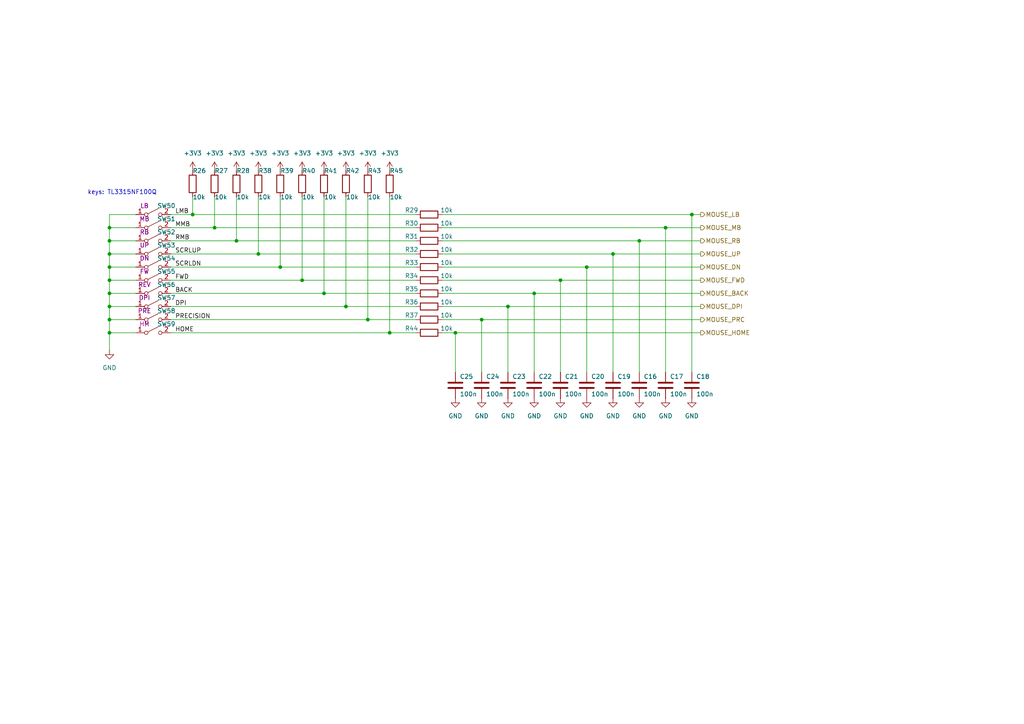
<source format=kicad_sch>
(kicad_sch (version 20231120) (generator "eeschema") (generator_version "8.0")
  (paper "A4")
  (title_block (title "EtherPointer") (date "2025-02-13") (rev "RC1") (company "Bart's Design") (comment 1 "Bartosz Pracz"))
  (lib_symbols
    (symbol "Device:C" (pin_numbers hide) (pin_names (offset 0.254))
      (property "Reference" "C" (at 0.635 2.54 0))
      (property "Value" "C" (at 0.635 -2.54 0))
      (symbol "C_0_1"
        (polyline (pts (xy -2.032 -0.762) (xy 2.032 -0.762)) (stroke (width 0.508)))
        (polyline (pts (xy -2.032 0.762) (xy 2.032 0.762)) (stroke (width 0.508)))
      )
      (symbol "C_1_1"
        (pin passive line (at 0 3.81 270) (length 2.794) (name "~") (number "1"))
        (pin passive line (at 0 -3.81 90) (length 2.794) (name "~") (number "2"))
      )
    )
    (symbol "Device:R" (pin_numbers hide) (pin_names (offset 0))
      (property "Reference" "R" (at 2.032 0 90))
      (property "Value" "R" (at 0 0 90))
      (symbol "R_0_1"
        (rectangle (start -1.016 -2.54) (end 1.016 2.54) (stroke (width 0.254)))
      )
      (symbol "R_1_1"
        (pin passive line (at 0 3.81 270) (length 1.27) (name "~") (number "1"))
        (pin passive line (at 0 -3.81 90) (length 1.27) (name "~") (number "2"))
      )
    )
    (symbol "airMouseLib:KEY" (pin_names (offset 0) hide)
      (property "Reference" "SW" (at 2.54 3.048 0))
      (property "KEY" "[KEY]" (at -2.794 3.048 0))
      (symbol "KEY_0_0"
        (circle (center -2.032 0) (radius 0.508))
        (polyline (pts (xy -1.524 0.254) (xy 1.524 1.778)))
        (circle (center 2.032 0) (radius 0.508))
      )
      (symbol "KEY_1_1"
        (pin passive line (at -5.08 0 0) (length 2.54) (name "A") (number "1"))
        (pin passive line (at 5.08 0 180) (length 2.54) (name "B") (number "2"))
      )
    )
    (symbol "power:+3V3" (power) (pin_numbers hide) (pin_names (offset 0) hide)
      (property "Value" "+3V3" (at 0 3.556 0))
      (symbol "+3V3_0_1"
        (polyline (pts (xy -0.762 1.27) (xy 0 2.54)))
        (polyline (pts (xy 0 0) (xy 0 2.54)))
        (polyline (pts (xy 0 2.54) (xy 0.762 1.27)))
      )
      (symbol "+3V3_1_1"
        (pin power_in line (at 0 0 90) (length 0) (name "~") (number "1"))
      )
    )
    (symbol "power:GND" (power) (pin_numbers hide) (pin_names (offset 0) hide)
      (property "Value" "GND" (at 0 -3.81 0))
      (symbol "GND_0_1"
        (polyline (pts (xy 0 0) (xy 0 -1.27) (xy 1.27 -1.27) (xy 0 -2.54) (xy -1.27 -1.27) (xy 0 -1.27)))
      )
      (symbol "GND_1_1"
        (pin power_in line (at 0 0 270) (length 0) (name "~") (number "1"))
      )
    )
  )
  (junction (at 31.75 77.47))
  (junction (at 81.28 77.47))
  (junction (at 132.08 96.52))
  (junction (at 200.66 62.23))
  (junction (at 100.33 88.9))
  (junction (at 113.03 96.52))
  (junction (at 31.75 88.9))
  (junction (at 31.75 66.04))
  (junction (at 139.7 92.71))
  (junction (at 87.63 81.28))
  (junction (at 162.56 81.28))
  (junction (at 68.58 69.85))
  (junction (at 170.18 77.47))
  (junction (at 31.75 69.85))
  (junction (at 55.88 62.23))
  (junction (at 177.8 73.66))
  (junction (at 31.75 73.66))
  (junction (at 31.75 85.09))
  (junction (at 31.75 96.52))
  (junction (at 147.32 88.9))
  (junction (at 62.23 66.04))
  (junction (at 31.75 92.71))
  (junction (at 185.42 69.85))
  (junction (at 154.94 85.09))
  (junction (at 31.75 81.28))
  (junction (at 93.98 85.09))
  (junction (at 74.93 73.66))
  (junction (at 193.04 66.04))
  (junction (at 106.68 92.71))
  (wire (pts (xy 62.23 66.04) (xy 49.53 66.04)))
  (wire (pts (xy 31.75 69.85) (xy 31.75 73.66)))
  (wire (pts (xy 31.75 77.47) (xy 31.75 81.28)))
  (wire (pts (xy 49.53 81.28) (xy 87.63 81.28)))
  (wire (pts (xy 106.68 57.15) (xy 106.68 92.71)))
  (wire (pts (xy 68.58 57.15) (xy 68.58 69.85)))
  (wire (pts (xy 147.32 88.9) (xy 203.2 88.9)))
  (wire (pts (xy 55.88 57.15) (xy 55.88 62.23)))
  (wire (pts (xy 31.75 96.52) (xy 31.75 101.6)))
  (wire (pts (xy 132.08 96.52) (xy 203.2 96.52)))
  (wire (pts (xy 93.98 57.15) (xy 93.98 85.09)))
  (wire (pts (xy 31.75 77.47) (xy 39.37 77.47)))
  (wire (pts (xy 193.04 66.04) (xy 203.2 66.04)))
  (wire (pts (xy 31.75 92.71) (xy 31.75 96.52)))
  (wire (pts (xy 49.53 73.66) (xy 74.93 73.66)))
  (wire (pts (xy 49.53 77.47) (xy 81.28 77.47)))
  (wire (pts (xy 132.08 96.52) (xy 132.08 107.95)))
  (wire (pts (xy 128.27 69.85) (xy 185.42 69.85)))
  (wire (pts (xy 100.33 88.9) (xy 120.65 88.9)))
  (wire (pts (xy 55.88 62.23) (xy 120.65 62.23)))
  (wire (pts (xy 31.75 66.04) (xy 31.75 62.23)))
  (wire (pts (xy 74.93 73.66) (xy 120.65 73.66)))
  (wire (pts (xy 162.56 81.28) (xy 162.56 107.95)))
  (wire (pts (xy 31.75 88.9) (xy 39.37 88.9)))
  (wire (pts (xy 128.27 62.23) (xy 200.66 62.23)))
  (wire (pts (xy 185.42 69.85) (xy 185.42 107.95)))
  (wire (pts (xy 49.53 62.23) (xy 55.88 62.23)))
  (wire (pts (xy 31.75 73.66) (xy 31.75 77.47)))
  (wire (pts (xy 139.7 92.71) (xy 139.7 107.95)))
  (wire (pts (xy 170.18 77.47) (xy 170.18 107.95)))
  (wire (pts (xy 31.75 92.71) (xy 39.37 92.71)))
  (wire (pts (xy 31.75 66.04) (xy 39.37 66.04)))
  (wire (pts (xy 62.23 66.04) (xy 120.65 66.04)))
  (wire (pts (xy 68.58 69.85) (xy 120.65 69.85)))
  (wire (pts (xy 147.32 88.9) (xy 147.32 107.95)))
  (wire (pts (xy 185.42 69.85) (xy 203.2 69.85)))
  (wire (pts (xy 128.27 92.71) (xy 139.7 92.71)))
  (wire (pts (xy 128.27 81.28) (xy 162.56 81.28)))
  (wire (pts (xy 177.8 73.66) (xy 203.2 73.66)))
  (wire (pts (xy 128.27 85.09) (xy 154.94 85.09)))
  (wire (pts (xy 113.03 57.15) (xy 113.03 96.52)))
  (wire (pts (xy 128.27 88.9) (xy 147.32 88.9)))
  (wire (pts (xy 31.75 85.09) (xy 39.37 85.09)))
  (wire (pts (xy 31.75 96.52) (xy 39.37 96.52)))
  (wire (pts (xy 87.63 57.15) (xy 87.63 81.28)))
  (wire (pts (xy 49.53 96.52) (xy 113.03 96.52)))
  (wire (pts (xy 93.98 85.09) (xy 120.65 85.09)))
  (wire (pts (xy 31.75 69.85) (xy 31.75 66.04)))
  (wire (pts (xy 31.75 81.28) (xy 31.75 85.09)))
  (wire (pts (xy 128.27 73.66) (xy 177.8 73.66)))
  (wire (pts (xy 31.75 85.09) (xy 31.75 88.9)))
  (wire (pts (xy 62.23 57.15) (xy 62.23 66.04)))
  (wire (pts (xy 128.27 77.47) (xy 170.18 77.47)))
  (wire (pts (xy 49.53 92.71) (xy 106.68 92.71)))
  (wire (pts (xy 31.75 73.66) (xy 39.37 73.66)))
  (wire (pts (xy 200.66 62.23) (xy 203.2 62.23)))
  (wire (pts (xy 31.75 69.85) (xy 39.37 69.85)))
  (wire (pts (xy 100.33 57.15) (xy 100.33 88.9)))
  (wire (pts (xy 170.18 77.47) (xy 203.2 77.47)))
  (wire (pts (xy 177.8 73.66) (xy 177.8 107.95)))
  (wire (pts (xy 49.53 88.9) (xy 100.33 88.9)))
  (wire (pts (xy 128.27 96.52) (xy 132.08 96.52)))
  (wire (pts (xy 128.27 66.04) (xy 193.04 66.04)))
  (wire (pts (xy 49.53 85.09) (xy 93.98 85.09)))
  (wire (pts (xy 154.94 85.09) (xy 154.94 107.95)))
  (wire (pts (xy 193.04 66.04) (xy 193.04 107.95)))
  (wire (pts (xy 31.75 88.9) (xy 31.75 92.71)))
  (wire (pts (xy 113.03 96.52) (xy 120.65 96.52)))
  (wire (pts (xy 162.56 81.28) (xy 203.2 81.28)))
  (wire (pts (xy 139.7 92.71) (xy 203.2 92.71)))
  (wire (pts (xy 154.94 85.09) (xy 203.2 85.09)))
  (wire (pts (xy 81.28 77.47) (xy 120.65 77.47)))
  (wire (pts (xy 31.75 81.28) (xy 39.37 81.28)))
  (wire (pts (xy 106.68 92.71) (xy 120.65 92.71)))
  (wire (pts (xy 74.93 57.15) (xy 74.93 73.66)))
  (wire (pts (xy 31.75 62.23) (xy 39.37 62.23)))
  (wire (pts (xy 87.63 81.28) (xy 120.65 81.28)))
  (wire (pts (xy 200.66 62.23) (xy 200.66 107.95)))
  (wire (pts (xy 81.28 57.15) (xy 81.28 77.47)))
  (wire (pts (xy 49.53 69.85) (xy 68.58 69.85)))
  (text "keys: TL3315NF100Q" (at 25.4 55.88 0) (effects (font (size 1.27 1.27)) (justify left)))
  (label "SCRLDN" (at 50.8 77.47 0))
  (label "SCRLUP" (at 50.8 73.66 0))
  (label "RMB" (at 50.8 69.85 0))
  (label "FWD" (at 50.8 81.28 0))
  (label "DPI" (at 50.8 88.9 0))
  (label "LMB" (at 50.8 62.23 0))
  (label "MMB" (at 50.8 66.04 0))
  (label "PRECISION" (at 50.8 92.71 0))
  (label "BACK" (at 50.8 85.09 0))
  (label "HOME" (at 50.8 96.52 0))
  (hierarchical_label "MOUSE_BACK" (shape output) (at 203.2 85.09 0))
  (hierarchical_label "MOUSE_PRC" (shape output) (at 203.2 92.71 0))
  (hierarchical_label "MOUSE_FWD" (shape output) (at 203.2 81.28 0))
  (hierarchical_label "MOUSE_HOME" (shape output) (at 203.2 96.52 0))
  (hierarchical_label "MOUSE_DPI" (shape output) (at 203.2 88.9 0))
  (hierarchical_label "MOUSE_UP" (shape output) (at 203.2 73.66 0))
  (hierarchical_label "MOUSE_RB" (shape output) (at 203.2 69.85 0))
  (hierarchical_label "MOUSE_MB" (shape output) (at 203.2 66.04 0))
  (hierarchical_label "MOUSE_LB" (shape output) (at 203.2 62.23 0))
  (hierarchical_label "MOUSE_DN" (shape output) (at 203.2 77.47 0))
  (symbol (lib_id "airMouseLib:KEY") (at 44.45 66.04 0) (unit 1)
    (property "Reference" "SW51" (at 48.26 63.5 0))
    (property "Value" "KEY" (effects (hide yes)))
    (property "Footprint" "airMouseLib:TL3315NF100Q" (effects (hide yes)))
    (property "Description" "Single Pole Single Throw (SPST) switch" (effects (hide yes)))
    (property "KEY" "MB" (at 41.91 63.5 0))
  )
  (symbol (lib_id "Device:R") (at 124.46 96.52 90) (unit 1)
    (property "Reference" "R44" (at 119.38 95.25 90))
    (property "Value" "10k" (at 129.54 95.25 90))
    (property "Footprint" "Resistor_SMD:R_0603_1608Metric" (effects (hide yes)))
    (property "Description" "Resistor" (effects (hide yes)))
  )
  (symbol (lib_id "Device:R") (at 124.46 69.85 90) (unit 1)
    (property "Reference" "R31" (at 119.38 68.58 90))
    (property "Value" "10k" (at 129.54 68.58 90))
    (property "Footprint" "Resistor_SMD:R_0603_1608Metric" (effects (hide yes)))
    (property "Description" "Resistor" (effects (hide yes)))
  )
  (symbol (lib_id "power:+3V3") (at 81.28 49.53 0) (unit 1)
    (property "Reference" "#PWR039" (effects (hide yes)))
    (property "Value" "+3V3" (at 81.28 44.45 0))
    (property "Description" "Power symbol creates a global label with name \"+3V3\"" (effects (hide yes)))
  )
  (symbol (lib_id "power:+3V3") (at 55.88 49.53 0) (unit 1)
    (property "Reference" "#PWR035" (effects (hide yes)))
    (property "Value" "+3V3" (at 55.88 44.45 0))
    (property "Description" "Power symbol creates a global label with name \"+3V3\"" (effects (hide yes)))
  )
  (symbol (lib_id "power:+3V3") (at 74.93 49.53 0) (unit 1)
    (property "Reference" "#PWR038" (effects (hide yes)))
    (property "Value" "+3V3" (at 74.93 44.45 0))
    (property "Description" "Power symbol creates a global label with name \"+3V3\"" (effects (hide yes)))
  )
  (symbol (lib_id "Device:R") (at 87.63 53.34 0) (unit 1)
    (property "Reference" "R40" (at 87.63 49.53 0) (effects (justify left)))
    (property "Value" "10k" (at 87.63 57.15 0) (effects (justify left)))
    (property "Footprint" "Resistor_SMD:R_0603_1608Metric" (effects (hide yes)))
    (property "Description" "Resistor" (effects (hide yes)))
  )
  (symbol (lib_id "Device:C") (at 193.04 111.76 0) (unit 1)
    (property "Reference" "C17" (at 194.31 109.22 0) (effects (justify left)))
    (property "Value" "100n" (at 194.31 114.3 0) (effects (justify left)))
    (property "Footprint" "Capacitor_SMD:C_0603_1608Metric" (effects (hide yes)))
    (property "Description" "Unpolarized capacitor" (effects (hide yes)))
  )
  (symbol (lib_id "Device:R") (at 124.46 66.04 90) (unit 1)
    (property "Reference" "R30" (at 119.38 64.77 90))
    (property "Value" "10k" (at 129.54 64.77 90))
    (property "Footprint" "Resistor_SMD:R_0603_1608Metric" (effects (hide yes)))
    (property "Description" "Resistor" (effects (hide yes)))
  )
  (symbol (lib_id "power:GND") (at 170.18 115.57 0) (unit 1)
    (property "Reference" "#PWR046" (effects (hide yes)))
    (property "Value" "GND" (at 170.18 120.65 0))
    (property "Description" "Power symbol creates a global label with name \"GND\" , ground" (effects (hide yes)))
  )
  (symbol (lib_id "power:GND") (at 185.42 115.57 0) (unit 1)
    (property "Reference" "#PWR032" (effects (hide yes)))
    (property "Value" "GND" (at 185.42 120.65 0))
    (property "Description" "Power symbol creates a global label with name \"GND\" , ground" (effects (hide yes)))
  )
  (symbol (lib_id "airMouseLib:KEY") (at 44.45 81.28 0) (unit 1)
    (property "Reference" "SW55" (at 48.26 78.74 0))
    (property "Value" "KEY" (effects (hide yes)))
    (property "Footprint" "airMouseLib:TL3315NF100Q" (effects (hide yes)))
    (property "Description" "Single Pole Single Throw (SPST) switch" (effects (hide yes)))
    (property "KEY" "FW" (at 41.91 78.74 0))
  )
  (symbol (lib_id "airMouseLib:KEY") (at 44.45 96.52 0) (unit 1)
    (property "Reference" "SW59" (at 48.26 93.98 0))
    (property "Value" "KEY" (effects (hide yes)))
    (property "Footprint" "airMouseLib:TL3315NF100Q" (effects (hide yes)))
    (property "Description" "Single Pole Single Throw (SPST) switch" (effects (hide yes)))
    (property "KEY" "HM" (at 41.91 93.98 0))
  )
  (symbol (lib_id "Device:R") (at 74.93 53.34 0) (unit 1)
    (property "Reference" "R38" (at 74.93 49.53 0) (effects (justify left)))
    (property "Value" "10k" (at 74.93 57.15 0) (effects (justify left)))
    (property "Footprint" "Resistor_SMD:R_0603_1608Metric" (effects (hide yes)))
    (property "Description" "Resistor" (effects (hide yes)))
  )
  (symbol (lib_id "Device:R") (at 68.58 53.34 0) (unit 1)
    (property "Reference" "R28" (at 68.58 49.53 0) (effects (justify left)))
    (property "Value" "10k" (at 68.58 57.15 0) (effects (justify left)))
    (property "Footprint" "Resistor_SMD:R_0603_1608Metric" (effects (hide yes)))
    (property "Description" "Resistor" (effects (hide yes)))
  )
  (symbol (lib_id "Device:C") (at 177.8 111.76 0) (unit 1)
    (property "Reference" "C19" (at 179.07 109.22 0) (effects (justify left)))
    (property "Value" "100n" (at 179.07 114.3 0) (effects (justify left)))
    (property "Footprint" "Capacitor_SMD:C_0603_1608Metric" (effects (hide yes)))
    (property "Description" "Unpolarized capacitor" (effects (hide yes)))
  )
  (symbol (lib_id "power:GND") (at 31.75 101.6 0) (unit 1)
    (property "Reference" "#PWR031" (effects (hide yes)))
    (property "Value" "GND" (at 31.75 106.68 0))
    (property "Description" "Power symbol creates a global label with name \"GND\" , ground" (effects (hide yes)))
  )
  (symbol (lib_id "power:+3V3") (at 93.98 49.53 0) (unit 1)
    (property "Reference" "#PWR041" (effects (hide yes)))
    (property "Value" "+3V3" (at 93.98 44.45 0))
    (property "Description" "Power symbol creates a global label with name \"+3V3\"" (effects (hide yes)))
  )
  (symbol (lib_id "airMouseLib:KEY") (at 44.45 73.66 0) (unit 1)
    (property "Reference" "SW53" (at 48.26 71.12 0))
    (property "Value" "KEY" (effects (hide yes)))
    (property "Footprint" "airMouseLib:TL3315NF100Q" (effects (hide yes)))
    (property "Description" "Single Pole Single Throw (SPST) switch" (effects (hide yes)))
    (property "KEY" "UP" (at 41.91 71.12 0))
  )
  (symbol (lib_id "Device:R") (at 81.28 53.34 0) (unit 1)
    (property "Reference" "R39" (at 81.28 49.53 0) (effects (justify left)))
    (property "Value" "10k" (at 81.28 57.15 0) (effects (justify left)))
    (property "Footprint" "Resistor_SMD:R_0603_1608Metric" (effects (hide yes)))
    (property "Description" "Resistor" (effects (hide yes)))
  )
  (symbol (lib_id "power:GND") (at 154.94 115.57 0) (unit 1)
    (property "Reference" "#PWR048" (effects (hide yes)))
    (property "Value" "GND" (at 154.94 120.65 0))
    (property "Description" "Power symbol creates a global label with name \"GND\" , ground" (effects (hide yes)))
  )
  (symbol (lib_id "Device:R") (at 124.46 77.47 90) (unit 1)
    (property "Reference" "R33" (at 119.38 76.2 90))
    (property "Value" "10k" (at 129.54 76.2 90))
    (property "Footprint" "Resistor_SMD:R_0603_1608Metric" (effects (hide yes)))
    (property "Description" "Resistor" (effects (hide yes)))
  )
  (symbol (lib_id "power:GND") (at 177.8 115.57 0) (unit 1)
    (property "Reference" "#PWR045" (effects (hide yes)))
    (property "Value" "GND" (at 177.8 120.65 0))
    (property "Description" "Power symbol creates a global label with name \"GND\" , ground" (effects (hide yes)))
  )
  (symbol (lib_id "Device:C") (at 162.56 111.76 0) (unit 1)
    (property "Reference" "C21" (at 163.83 109.22 0) (effects (justify left)))
    (property "Value" "100n" (at 163.83 114.3 0) (effects (justify left)))
    (property "Footprint" "Capacitor_SMD:C_0603_1608Metric" (effects (hide yes)))
    (property "Description" "Unpolarized capacitor" (effects (hide yes)))
  )
  (symbol (lib_id "power:GND") (at 147.32 115.57 0) (unit 1)
    (property "Reference" "#PWR049" (effects (hide yes)))
    (property "Value" "GND" (at 147.32 120.65 0))
    (property "Description" "Power symbol creates a global label with name \"GND\" , ground" (effects (hide yes)))
  )
  (symbol (lib_id "power:GND") (at 200.66 115.57 0) (unit 1)
    (property "Reference" "#PWR034" (effects (hide yes)))
    (property "Value" "GND" (at 200.66 120.65 0))
    (property "Description" "Power symbol creates a global label with name \"GND\" , ground" (effects (hide yes)))
  )
  (symbol (lib_id "power:GND") (at 193.04 115.57 0) (unit 1)
    (property "Reference" "#PWR033" (effects (hide yes)))
    (property "Value" "GND" (at 193.04 120.65 0))
    (property "Description" "Power symbol creates a global label with name \"GND\" , ground" (effects (hide yes)))
  )
  (symbol (lib_id "power:GND") (at 139.7 115.57 0) (unit 1)
    (property "Reference" "#PWR050" (effects (hide yes)))
    (property "Value" "GND" (at 139.7 120.65 0))
    (property "Description" "Power symbol creates a global label with name \"GND\" , ground" (effects (hide yes)))
  )
  (symbol (lib_id "Device:R") (at 93.98 53.34 0) (unit 1)
    (property "Reference" "R41" (at 93.98 49.53 0) (effects (justify left)))
    (property "Value" "10k" (at 93.98 57.15 0) (effects (justify left)))
    (property "Footprint" "Resistor_SMD:R_0603_1608Metric" (effects (hide yes)))
    (property "Description" "Resistor" (effects (hide yes)))
  )
  (symbol (lib_id "Device:C") (at 185.42 111.76 0) (unit 1)
    (property "Reference" "C16" (at 186.69 109.22 0) (effects (justify left)))
    (property "Value" "100n" (at 186.69 114.3 0) (effects (justify left)))
    (property "Footprint" "Capacitor_SMD:C_0603_1608Metric" (effects (hide yes)))
    (property "Description" "Unpolarized capacitor" (effects (hide yes)))
  )
  (symbol (lib_id "Device:C") (at 147.32 111.76 0) (unit 1)
    (property "Reference" "C23" (at 148.59 109.22 0) (effects (justify left)))
    (property "Value" "100n" (at 148.59 114.3 0) (effects (justify left)))
    (property "Footprint" "Capacitor_SMD:C_0603_1608Metric" (effects (hide yes)))
    (property "Description" "Unpolarized capacitor" (effects (hide yes)))
  )
  (symbol (lib_id "Device:R") (at 62.23 53.34 0) (unit 1)
    (property "Reference" "R27" (at 62.23 49.53 0) (effects (justify left)))
    (property "Value" "10k" (at 62.23 57.15 0) (effects (justify left)))
    (property "Footprint" "Resistor_SMD:R_0603_1608Metric" (effects (hide yes)))
    (property "Description" "Resistor" (effects (hide yes)))
  )
  (symbol (lib_id "Device:R") (at 113.03 53.34 0) (unit 1)
    (property "Reference" "R45" (at 113.03 49.53 0) (effects (justify left)))
    (property "Value" "10k" (at 113.03 57.15 0) (effects (justify left)))
    (property "Footprint" "Resistor_SMD:R_0603_1608Metric" (effects (hide yes)))
    (property "Description" "Resistor" (effects (hide yes)))
  )
  (symbol (lib_id "Device:R") (at 124.46 85.09 90) (unit 1)
    (property "Reference" "R35" (at 119.38 83.82 90))
    (property "Value" "10k" (at 129.54 83.82 90))
    (property "Footprint" "Resistor_SMD:R_0603_1608Metric" (effects (hide yes)))
    (property "Description" "Resistor" (effects (hide yes)))
  )
  (symbol (lib_id "power:+3V3") (at 106.68 49.53 0) (unit 1)
    (property "Reference" "#PWR043" (effects (hide yes)))
    (property "Value" "+3V3" (at 106.68 44.45 0))
    (property "Description" "Power symbol creates a global label with name \"+3V3\"" (effects (hide yes)))
  )
  (symbol (lib_id "Device:R") (at 55.88 53.34 0) (unit 1)
    (property "Reference" "R26" (at 55.88 49.53 0) (effects (justify left)))
    (property "Value" "10k" (at 55.88 57.15 0) (effects (justify left)))
    (property "Footprint" "Resistor_SMD:R_0603_1608Metric" (effects (hide yes)))
    (property "Description" "Resistor" (effects (hide yes)))
  )
  (symbol (lib_id "airMouseLib:KEY") (at 44.45 62.23 0) (unit 1)
    (property "Reference" "SW50" (at 48.26 59.69 0))
    (property "Value" "KEY" (effects (hide yes)))
    (property "Footprint" "airMouseLib:TL3315NF100Q" (effects (hide yes)))
    (property "Description" "Single Pole Single Throw (SPST) switch" (effects (hide yes)))
    (property "KEY" "LB" (at 41.91 59.69 0))
  )
  (symbol (lib_id "Device:R") (at 124.46 73.66 90) (unit 1)
    (property "Reference" "R32" (at 119.38 72.39 90))
    (property "Value" "10k" (at 129.54 72.39 90))
    (property "Footprint" "Resistor_SMD:R_0603_1608Metric" (effects (hide yes)))
    (property "Description" "Resistor" (effects (hide yes)))
  )
  (symbol (lib_id "Device:R") (at 124.46 62.23 90) (unit 1)
    (property "Reference" "R29" (at 119.38 60.96 90))
    (property "Value" "10k" (at 129.54 60.96 90))
    (property "Footprint" "Resistor_SMD:R_0603_1608Metric" (effects (hide yes)))
    (property "Description" "Resistor" (effects (hide yes)))
  )
  (symbol (lib_id "Device:R") (at 106.68 53.34 0) (unit 1)
    (property "Reference" "R43" (at 106.68 49.53 0) (effects (justify left)))
    (property "Value" "10k" (at 106.68 57.15 0) (effects (justify left)))
    (property "Footprint" "Resistor_SMD:R_0603_1608Metric" (effects (hide yes)))
    (property "Description" "Resistor" (effects (hide yes)))
  )
  (symbol (lib_id "Device:C") (at 170.18 111.76 0) (unit 1)
    (property "Reference" "C20" (at 171.45 109.22 0) (effects (justify left)))
    (property "Value" "100n" (at 171.45 114.3 0) (effects (justify left)))
    (property "Footprint" "Capacitor_SMD:C_0603_1608Metric" (effects (hide yes)))
    (property "Description" "Unpolarized capacitor" (effects (hide yes)))
  )
  (symbol (lib_id "Device:R") (at 124.46 92.71 90) (unit 1)
    (property "Reference" "R37" (at 119.38 91.44 90))
    (property "Value" "10k" (at 129.54 91.44 90))
    (property "Footprint" "Resistor_SMD:R_0603_1608Metric" (effects (hide yes)))
    (property "Description" "Resistor" (effects (hide yes)))
  )
  (symbol (lib_id "Device:C") (at 139.7 111.76 0) (unit 1)
    (property "Reference" "C24" (at 140.97 109.22 0) (effects (justify left)))
    (property "Value" "100n" (at 140.97 114.3 0) (effects (justify left)))
    (property "Footprint" "Capacitor_SMD:C_0603_1608Metric" (effects (hide yes)))
    (property "Description" "Unpolarized capacitor" (effects (hide yes)))
  )
  (symbol (lib_id "Device:R") (at 124.46 88.9 90) (unit 1)
    (property "Reference" "R36" (at 119.38 87.63 90))
    (property "Value" "10k" (at 129.54 87.63 90))
    (property "Footprint" "Resistor_SMD:R_0603_1608Metric" (effects (hide yes)))
    (property "Description" "Resistor" (effects (hide yes)))
  )
  (symbol (lib_id "airMouseLib:KEY") (at 44.45 85.09 0) (unit 1)
    (property "Reference" "SW56" (at 48.26 82.55 0))
    (property "Value" "KEY" (effects (hide yes)))
    (property "Footprint" "airMouseLib:TL3315NF100Q" (effects (hide yes)))
    (property "Description" "Single Pole Single Throw (SPST) switch" (effects (hide yes)))
    (property "KEY" "REV" (at 41.91 82.55 0))
  )
  (symbol (lib_id "power:+3V3") (at 87.63 49.53 0) (unit 1)
    (property "Reference" "#PWR040" (effects (hide yes)))
    (property "Value" "+3V3" (at 87.63 44.45 0))
    (property "Description" "Power symbol creates a global label with name \"+3V3\"" (effects (hide yes)))
  )
  (symbol (lib_id "Device:C") (at 132.08 111.76 0) (unit 1)
    (property "Reference" "C25" (at 133.35 109.22 0) (effects (justify left)))
    (property "Value" "100n" (at 133.35 114.3 0) (effects (justify left)))
    (property "Footprint" "Capacitor_SMD:C_0603_1608Metric" (effects (hide yes)))
    (property "Description" "Unpolarized capacitor" (effects (hide yes)))
  )
  (symbol (lib_id "Device:R") (at 124.46 81.28 90) (unit 1)
    (property "Reference" "R34" (at 119.38 80.01 90))
    (property "Value" "10k" (at 129.54 80.01 90))
    (property "Footprint" "Resistor_SMD:R_0603_1608Metric" (effects (hide yes)))
    (property "Description" "Resistor" (effects (hide yes)))
  )
  (symbol (lib_id "power:+3V3") (at 68.58 49.53 0) (unit 1)
    (property "Reference" "#PWR037" (effects (hide yes)))
    (property "Value" "+3V3" (at 68.58 44.45 0))
    (property "Description" "Power symbol creates a global label with name \"+3V3\"" (effects (hide yes)))
  )
  (symbol (lib_id "power:GND") (at 132.08 115.57 0) (unit 1)
    (property "Reference" "#PWR051" (effects (hide yes)))
    (property "Value" "GND" (at 132.08 120.65 0))
    (property "Description" "Power symbol creates a global label with name \"GND\" , ground" (effects (hide yes)))
  )
  (symbol (lib_id "Device:C") (at 154.94 111.76 0) (unit 1)
    (property "Reference" "C22" (at 156.21 109.22 0) (effects (justify left)))
    (property "Value" "100n" (at 156.21 114.3 0) (effects (justify left)))
    (property "Footprint" "Capacitor_SMD:C_0603_1608Metric" (effects (hide yes)))
    (property "Description" "Unpolarized capacitor" (effects (hide yes)))
  )
  (symbol (lib_id "Device:R") (at 100.33 53.34 0) (unit 1)
    (property "Reference" "R42" (at 100.33 49.53 0) (effects (justify left)))
    (property "Value" "10k" (at 100.33 57.15 0) (effects (justify left)))
    (property "Footprint" "Resistor_SMD:R_0603_1608Metric" (effects (hide yes)))
    (property "Description" "Resistor" (effects (hide yes)))
  )
  (symbol (lib_id "power:GND") (at 162.56 115.57 0) (unit 1)
    (property "Reference" "#PWR047" (effects (hide yes)))
    (property "Value" "GND" (at 162.56 120.65 0))
    (property "Description" "Power symbol creates a global label with name \"GND\" , ground" (effects (hide yes)))
  )
  (symbol (lib_id "power:+3V3") (at 100.33 49.53 0) (unit 1)
    (property "Reference" "#PWR042" (effects (hide yes)))
    (property "Value" "+3V3" (at 100.33 44.45 0))
    (property "Description" "Power symbol creates a global label with name \"+3V3\"" (effects (hide yes)))
  )
  (symbol (lib_id "Device:C") (at 200.66 111.76 0) (unit 1)
    (property "Reference" "C18" (at 201.93 109.22 0) (effects (justify left)))
    (property "Value" "100n" (at 201.93 114.3 0) (effects (justify left)))
    (property "Footprint" "Capacitor_SMD:C_0603_1608Metric" (effects (hide yes)))
    (property "Description" "Unpolarized capacitor" (effects (hide yes)))
  )
  (symbol (lib_id "airMouseLib:KEY") (at 44.45 77.47 0) (unit 1)
    (property "Reference" "SW54" (at 48.26 74.93 0))
    (property "Value" "KEY" (effects (hide yes)))
    (property "Footprint" "airMouseLib:TL3315NF100Q" (effects (hide yes)))
    (property "Description" "Single Pole Single Throw (SPST) switch" (effects (hide yes)))
    (property "KEY" "DN" (at 41.91 74.93 0))
  )
  (symbol (lib_id "airMouseLib:KEY") (at 44.45 88.9 0) (unit 1)
    (property "Reference" "SW57" (at 48.26 86.36 0))
    (property "Value" "KEY" (effects (hide yes)))
    (property "Footprint" "airMouseLib:TL3315NF100Q" (effects (hide yes)))
    (property "Description" "Single Pole Single Throw (SPST) switch" (effects (hide yes)))
    (property "KEY" "DPI" (at 41.91 86.36 0))
  )
  (symbol (lib_id "power:+3V3") (at 62.23 49.53 0) (unit 1)
    (property "Reference" "#PWR036" (effects (hide yes)))
    (property "Value" "+3V3" (at 62.23 44.45 0))
    (property "Description" "Power symbol creates a global label with name \"+3V3\"" (effects (hide yes)))
  )
  (symbol (lib_id "airMouseLib:KEY") (at 44.45 69.85 0) (unit 1)
    (property "Reference" "SW52" (at 48.26 67.31 0))
    (property "Value" "KEY" (effects (hide yes)))
    (property "Footprint" "airMouseLib:TL3315NF100Q" (effects (hide yes)))
    (property "Description" "Single Pole Single Throw (SPST) switch" (effects (hide yes)))
    (property "KEY" "RB" (at 41.91 67.31 0))
  )
  (symbol (lib_id "airMouseLib:KEY") (at 44.45 92.71 0) (unit 1)
    (property "Reference" "SW58" (at 48.26 90.17 0))
    (property "Value" "KEY" (effects (hide yes)))
    (property "Footprint" "airMouseLib:TL3315NF100Q" (effects (hide yes)))
    (property "Description" "Single Pole Single Throw (SPST) switch" (effects (hide yes)))
    (property "KEY" "PRE" (at 41.91 90.17 0))
  )
  (symbol (lib_id "power:+3V3") (at 113.03 49.53 0) (unit 1)
    (property "Reference" "#PWR044" (effects (hide yes)))
    (property "Value" "+3V3" (at 113.03 44.45 0))
    (property "Description" "Power symbol creates a global label with name \"+3V3\"" (effects (hide yes)))
  )
)
</source>
